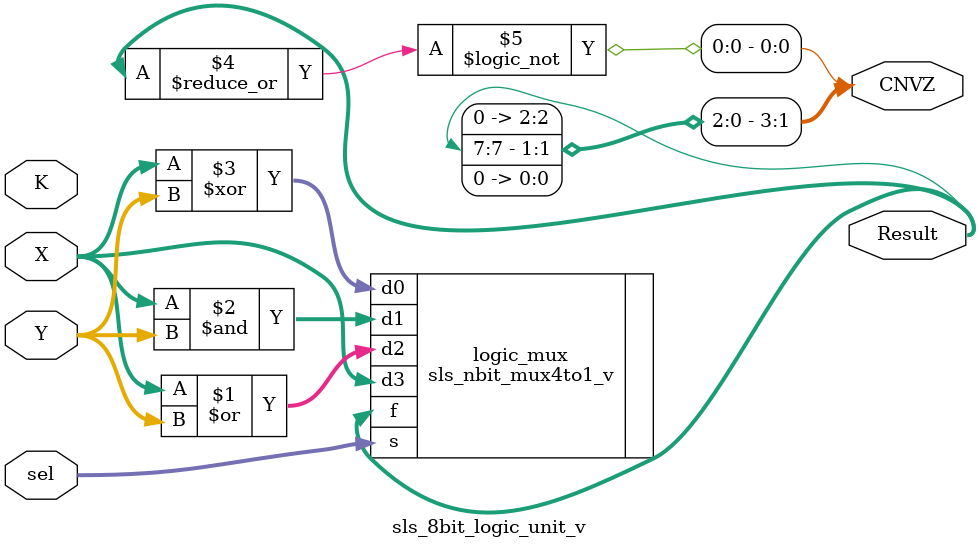
<source format=v>
module sls_8bit_logic_unit_v (sel, X, Y, K, Result, CNVZ);

	input [1:0] sel;
	input [7:0] X, Y;
	input [1:0] K;
	output [3:0] CNVZ;
	output [7:0] Result;

	sls_nbit_mux4to1_v	logic_mux (.d3(X), .d2(X|Y), .d1(X&Y), .d0(X^Y), .s(sel[1:0]), .f(Result));
	assign CNVZ = {1'b0, Result[7], 1'b0, ~| Result};
endmodule
</source>
